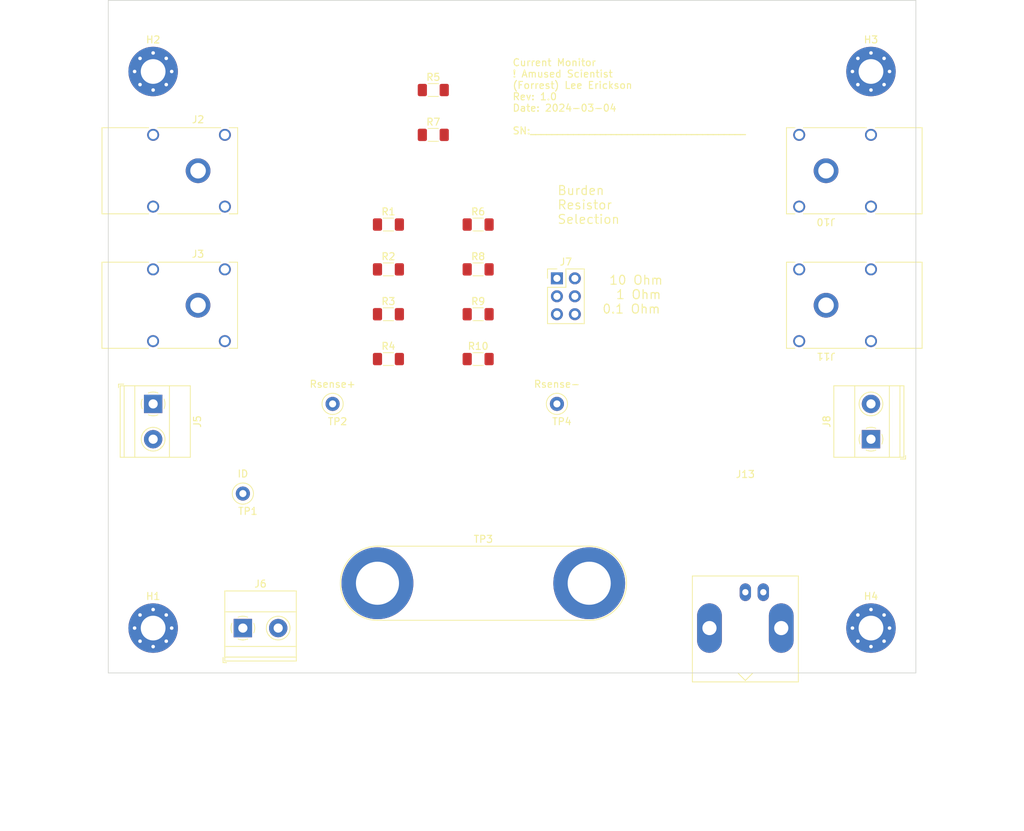
<source format=kicad_pcb>
(kicad_pcb (version 20221018) (generator pcbnew)
  (title_block (title "Current Monitor") (date "2024-03-04") (rev "1.0") (company "! Amused Scientist") (comment 1 "(Forrest) Lee Erickson"))
  (layers (0 "F.Cu" signal) (31 "B.Cu" signal) (34 "B.Paste" user) (35 "F.Paste" user) (36 "B.SilkS" user "B.Silkscreen") (37 "F.SilkS" user "F.Silkscreen") (38 "B.Mask" user) (39 "F.Mask" user) (44 "Edge.Cuts" user))
  (net 0 "")
  (net 1 "GND")
  (net 2 "Net-(J1-VBUS)")
  (net 3 "Net-(R1-Pad2)")
  (net 4 "Net-(R2-Pad2)")
  (net 5 "Net-(R3-Pad2)")
  (net 6 "Net-(R10-Pad1)")
  (net 7 "Net-(J7-Pin_1)")
  (net 8 "Net-(J7-Pin_5)")
  (net 9 "Net-(J7-Pin_3)")
  (net 12 "Net-(J10-Pin_5)")
  (net 15 "Net-(J1-ID)")
  (footprint "Connector:Banana_Cliff_FCR7350x_S16N-PC_Horizontal" (layer "F.Cu") (at 146.04 106.68 180)
    (fp_text reference "J11" (at 0 -7.25 180 unlocked) (layer "F.SilkS"))
    (fp_text value "Conn_01x05")
    (fp_line (start -13.6 -6.1) (end -13.6 6.1) (stroke (width 0.12)) (layer "F.SilkS"))
    (fp_line (start -13.6 6.1) (end -7 6.1) (stroke (width 0.12)) (layer "F.SilkS"))
    (fp_line (start -7 -6.1) (end -13.6 -6.1) (stroke (width 0.12)) (layer "F.SilkS"))
    (fp_line (start -5.7 6.1) (end 3.2 6.1) (stroke (width 0.12)) (layer "F.SilkS"))
    (fp_line (start 3.2 -6.1) (end -5.7 -6.1) (stroke (width 0.12)) (layer "F.SilkS"))
    (fp_line (start 4.4 6.1) (end 5.6 6.1) (stroke (width 0.12)) (layer "F.SilkS"))
    (fp_line (start 5.6 -6.1) (end 4.4 -6.1) (stroke (width 0.12)) (layer "F.SilkS"))
    (fp_line (start 5.6 6.1) (end 5.6 -6.1) (stroke (width 0.12)) (layer "F.SilkS"))
    (pad "" np_thru_hole circle (at -6.36 -5.08 180) (size 1.7 1.7) (drill 1.2) (layers "F&B.Cu" "*.Mask"))
    (pad "" np_thru_hole circle (at -6.36 5.08 180) (size 1.7 1.7) (drill 1.2) (layers "F&B.Cu" "*.Mask"))
    (pad "" np_thru_hole circle (at 3.8 -5.08 180) (size 1.7 1.7) (drill 1.2) (layers "F&B.Cu" "*.Mask"))
    (pad "" np_thru_hole circle (at 3.8 5.08 180) (size 1.7 1.7) (drill 1.2) (layers "F&B.Cu" "*.Mask"))
    (pad "1" thru_hole circle (at 0 0 180) (size 3.5 3.5) (drill 2.2) (layers "*.Cu" "*.Mask"))
  )
  (footprint "TestPoint:TestPoint_Loop_D2.50mm_Drill1.0mm" (layer "F.Cu") (at 107.95 120.65)
    (fp_text reference "TP4" (at 0.7 2.5) (layer "F.SilkS"))
    (fp_text value "Rsense-" (at 0 -2.8) (layer "F.SilkS"))
    (fp_circle (center 0 0) (end 1.5 0) (stroke (width 0.12)) (fill none) (layer "F.SilkS"))
    (pad "1" thru_hole circle (at 0 0) (size 2 2) (drill 1) (layers "*.Cu" "*.Mask") (net 12 "Net-(J10-Pin_5)"))
  )
  (footprint "Resistor_SMD:R_1206_3216Metric_Pad1.30x1.75mm_HandSolder" (layer "F.Cu") (at 96.8 114.3)
    (fp_text reference "R10" (at 0 -1.82) (layer "F.SilkS"))
    (fp_text value "0.1R")
    (fp_line (start -0.727064 -0.91) (end 0.727064 -0.91) (stroke (width 0.12)) (layer "F.SilkS"))
    (fp_line (start -0.727064 0.91) (end 0.727064 0.91) (stroke (width 0.12)) (layer "F.SilkS"))
    (pad "1" smd roundrect (at -1.55 0) (size 1.3 1.75) (layers "F.Cu" "F.Paste" "F.Mask") (roundrect_rratio 0.192308) (net 6 "Net-(R10-Pad1)"))
    (pad "2" smd roundrect (at 1.55 0) (size 1.3 1.75) (layers "F.Cu" "F.Paste" "F.Mask") (roundrect_rratio 0.192308) (net 8 "Net-(J7-Pin_5)"))
  )
  (footprint "MountingHole:MountingHole_3.5mm_Pad_Via" (layer "F.Cu") (at 152.4 73.575)
    (fp_text reference "H3" (at 0 -4.5) (layer "F.SilkS"))
    (fp_text value "MountingHole_Pad_3.5mm")
    (pad "1" thru_hole circle (at -2.625 0) (size 0.8 0.8) (drill 0.5) (layers "*.Cu" "*.Mask") (net 1 "GND"))
    (pad "1" thru_hole circle (at -1.856155 -1.856155) (size 0.8 0.8) (drill 0.5) (layers "*.Cu" "*.Mask") (net 1 "GND"))
    (pad "1" thru_hole circle (at -1.856155 1.856155) (size 0.8 0.8) (drill 0.5) (layers "*.Cu" "*.Mask") (net 1 "GND"))
    (pad "1" thru_hole circle (at 0 -2.625) (size 0.8 0.8) (drill 0.5) (layers "*.Cu" "*.Mask") (net 1 "GND"))
    (pad "1" thru_hole circle (at 0 0) (size 7 7) (drill 3.5) (layers "*.Cu" "*.Mask") (net 1 "GND"))
    (pad "1" thru_hole circle (at 0 2.625) (size 0.8 0.8) (drill 0.5) (layers "*.Cu" "*.Mask") (net 1 "GND"))
    (pad "1" thru_hole circle (at 1.856155 -1.856155) (size 0.8 0.8) (drill 0.5) (layers "*.Cu" "*.Mask") (net 1 "GND"))
    (pad "1" thru_hole circle (at 1.856155 1.856155) (size 0.8 0.8) (drill 0.5) (layers "*.Cu" "*.Mask") (net 1 "GND"))
    (pad "1" thru_hole circle (at 2.625 0) (size 0.8 0.8) (drill 0.5) (layers "*.Cu" "*.Mask") (net 1 "GND"))
  )
  (footprint "Connector_PinHeader_2.54mm:PinHeader_2x03_P2.54mm_Vertical" (layer "F.Cu") (at 107.95 102.87)
    (fp_text reference "J7" (at 1.27 -2.33) (layer "F.SilkS"))
    (fp_text value "Conn_02x03_Odd_Even")
    (fp_line (start -1.33 -1.33) (end 0 -1.33) (stroke (width 0.12)) (layer "F.SilkS"))
    (fp_line (start -1.33 0) (end -1.33 -1.33) (stroke (width 0.12)) (layer "F.SilkS"))
    (fp_line (start -1.33 1.27) (end -1.33 6.41) (stroke (width 0.12)) (layer "F.SilkS"))
    (fp_line (start -1.33 1.27) (end 1.27 1.27) (stroke (width 0.12)) (layer "F.SilkS"))
    (fp_line (start -1.33 6.41) (end 3.87 6.41) (stroke (width 0.12)) (layer "F.SilkS"))
    (fp_line (start 1.27 -1.33) (end 3.87 -1.33) (stroke (width 0.12)) (layer "F.SilkS"))
    (fp_line (start 1.27 1.27) (end 1.27 -1.33) (stroke (width 0.12)) (layer "F.SilkS"))
    (fp_line (start 3.87 -1.33) (end 3.87 6.41) (stroke (width 0.12)) (layer "F.SilkS"))
    (pad "1" thru_hole rect (at 0 0) (size 1.7 1.7) (drill 1) (layers "*.Cu" "*.Mask") (net 7 "Net-(J7-Pin_1)"))
    (pad "2" thru_hole oval (at 2.54 0) (size 1.7 1.7) (drill 1) (layers "*.Cu" "*.Mask") (net 12 "Net-(J10-Pin_5)"))
    (pad "3" thru_hole oval (at 0 2.54) (size 1.7 1.7) (drill 1) (layers "*.Cu" "*.Mask") (net 9 "Net-(J7-Pin_3)"))
    (pad "4" thru_hole oval (at 2.54 2.54) (size 1.7 1.7) (drill 1) (layers "*.Cu" "*.Mask") (net 12 "Net-(J10-Pin_5)"))
    (pad "5" thru_hole oval (at 0 5.08) (size 1.7 1.7) (drill 1) (layers "*.Cu" "*.Mask") (net 8 "Net-(J7-Pin_5)"))
    (pad "6" thru_hole oval (at 2.54 5.08) (size 1.7 1.7) (drill 1) (layers "*.Cu" "*.Mask") (net 12 "Net-(J10-Pin_5)"))
  )
  (footprint "Resistor_SMD:R_1206_3216Metric_Pad1.30x1.75mm_HandSolder" (layer "F.Cu") (at 84.1 114.3)
    (fp_text reference "R4" (at 0 -1.82) (layer "F.SilkS"))
    (fp_text value "0.1R")
    (fp_line (start -0.727064 -0.91) (end 0.727064 -0.91) (stroke (width 0.12)) (layer "F.SilkS"))
    (fp_line (start -0.727064 0.91) (end 0.727064 0.91) (stroke (width 0.12)) (layer "F.SilkS"))
    (pad "1" smd roundrect (at -1.55 0) (size 1.3 1.75) (layers "F.Cu" "F.Paste" "F.Mask") (roundrect_rratio 0.192308) (net 2 "Net-(J1-VBUS)"))
    (pad "2" smd roundrect (at 1.55 0) (size 1.3 1.75) (layers "F.Cu" "F.Paste" "F.Mask") (roundrect_rratio 0.192308) (net 6 "Net-(R10-Pad1)"))
  )
  (footprint "TerminalBlock_Phoenix:TerminalBlock_Phoenix_MKDS-1,5-2_1x02_P5.00mm_Horizontal" (layer "F.Cu") (at 50.8 120.65 -90)
    (fp_text reference "J5" (at 2.5 -6.26 -90) (layer "F.SilkS"))
    (fp_text value "Screw_Terminal_01x02")
    (fp_line (start -2.8 4.16) (end -2.8 4.9) (stroke (width 0.12)) (layer "F.SilkS"))
    (fp_line (start -2.8 4.9) (end -2.3 4.9) (stroke (width 0.12)) (layer "F.SilkS"))
    (fp_line (start -2.56 -5.261) (end -2.56 4.66) (stroke (width 0.12)) (layer "F.SilkS"))
    (fp_line (start -2.56 -5.261) (end 7.56 -5.261) (stroke (width 0.12)) (layer "F.SilkS"))
    (fp_line (start -2.56 -2.301) (end 7.56 -2.301) (stroke (width 0.12)) (layer "F.SilkS"))
    (fp_line (start -2.56 2.6) (end 7.56 2.6) (stroke (width 0.12)) (layer "F.SilkS"))
    (fp_line (start -2.56 4.1) (end 7.56 4.1) (stroke (width 0.12)) (layer "F.SilkS"))
    (fp_line (start -2.56 4.66) (end 7.56 4.66) (stroke (width 0.12)) (layer "F.SilkS"))
    (fp_line (start 3.773 1.023) (end 3.726 1.069) (stroke (width 0.12)) (layer "F.SilkS"))
    (fp_line (start 3.966 1.239) (end 3.931 1.274) (stroke (width 0.12)) (layer "F.SilkS"))
    (fp_line (start 6.07 -1.275) (end 6.035 -1.239) (stroke (width 0.12)) (layer "F.SilkS"))
    (fp_line (start 6.275 -1.069) (end 6.228 -1.023) (stroke (width 0.12)) (layer "F.SilkS"))
    (fp_line (start 7.56 -5.261) (end 7.56 4.66) (stroke (width 0.12)) (layer "F.SilkS"))
    (fp_arc (start -1.535427 0.683042) (mid -1.680501 -0.000524) (end -1.535 -0.684) (stroke (width 0.12)) (layer "F.SilkS"))
    (fp_arc (start -0.683042 -1.535427) (mid 0.000524 -1.680501) (end 0.684 -1.535) (stroke (width 0.12)) (layer "F.SilkS"))
    (fp_arc (start 0.028805 1.680253) (mid -0.335551 1.646659) (end -0.684 1.535) (stroke (width 0.12)) (layer "F.SilkS"))
    (fp_arc (start 0.683318 1.534756) (mid 0.349292 1.643288) (end 0 1.68) (stroke (width 0.12)) (layer "F.SilkS"))
    (fp_arc (start 1.535427 -0.683042) (mid 1.680501 0.000524) (end 1.535 0.684) (stroke (width 0.12)) (layer "F.SilkS"))
    (fp_circle (center 5 0) (end 6.68 0) (stroke (width 0.12)) (fill none) (layer "F.SilkS"))
    (pad "1" thru_hole rect (at 0 0 270) (size 2.6 2.6) (drill 1.3) (layers "*.Cu" "*.Mask") (net 1 "GND"))
    (pad "2" thru_hole circle (at 5 0 270) (size 2.6 2.6) (drill 1.3) (layers "*.Cu" "*.Mask") (net 2 "Net-(J1-VBUS)"))
  )
  (footprint "Resistor_SMD:R_1206_3216Metric_Pad1.30x1.75mm_HandSolder" (layer "F.Cu") (at 90.45 82.55)
    (fp_text reference "R7" (at 0 -1.82) (layer "F.SilkS"))
    (fp_text value "1R")
    (fp_line (start -0.727064 -0.91) (end 0.727064 -0.91) (stroke (width 0.12)) (layer "F.SilkS"))
    (fp_line (start -0.727064 0.91) (end 0.727064 0.91) (stroke (width 0.12)) (layer "F.SilkS"))
    (pad "1" smd roundrect (at -1.55 0) (size 1.3 1.75) (layers "F.Cu" "F.Paste" "F.Mask") (roundrect_rratio 0.192308) (net 2 "Net-(J1-VBUS)"))
    (pad "2" smd roundrect (at 1.55 0) (size 1.3 1.75) (layers "F.Cu" "F.Paste" "F.Mask") (roundrect_rratio 0.192308) (net 9 "Net-(J7-Pin_3)"))
  )
  (footprint "Resistor_SMD:R_1206_3216Metric_Pad1.30x1.75mm_HandSolder" (layer "F.Cu") (at 84.1 107.95)
    (fp_text reference "R3" (at 0 -1.82) (layer "F.SilkS"))
    (fp_text value "0.1R")
    (fp_line (start -0.727064 -0.91) (end 0.727064 -0.91) (stroke (width 0.12)) (layer "F.SilkS"))
    (fp_line (start -0.727064 0.91) (end 0.727064 0.91) (stroke (width 0.12)) (layer "F.SilkS"))
    (pad "1" smd roundrect (at -1.55 0) (size 1.3 1.75) (layers "F.Cu" "F.Paste" "F.Mask") (roundrect_rratio 0.192308) (net 2 "Net-(J1-VBUS)"))
    (pad "2" smd roundrect (at 1.55 0) (size 1.3 1.75) (layers "F.Cu" "F.Paste" "F.Mask") (roundrect_rratio 0.192308) (net 5 "Net-(R3-Pad2)"))
  )
  (footprint "Connector:Banana_Cliff_FCR7350x_S16N-PC_Horizontal" (layer "F.Cu") (at 146.04 87.63 180)
    (fp_text reference "J10" (at 0 -7.25 180 unlocked) (layer "F.SilkS"))
    (fp_text value "Conn_01x05")
    (fp_line (start -13.6 -6.1) (end -13.6 6.1) (stroke (width 0.12)) (layer "F.SilkS"))
    (fp_line (start -13.6 6.1) (end -7 6.1) (stroke (width 0.12)) (layer "F.SilkS"))
    (fp_line (start -7 -6.1) (end -13.6 -6.1) (stroke (width 0.12)) (layer "F.SilkS"))
    (fp_line (start -5.7 6.1) (end 3.2 6.1) (stroke (width 0.12)) (layer "F.SilkS"))
    (fp_line (start 3.2 -6.1) (end -5.7 -6.1) (stroke (width 0.12)) (layer "F.SilkS"))
    (fp_line (start 4.4 6.1) (end 5.6 6.1) (stroke (width 0.12)) (layer "F.SilkS"))
    (fp_line (start 5.6 -6.1) (end 4.4 -6.1) (stroke (width 0.12)) (layer "F.SilkS"))
    (fp_line (start 5.6 6.1) (end 5.6 -6.1) (stroke (width 0.12)) (layer "F.SilkS"))
    (pad "" np_thru_hole circle (at -6.36 -5.08 180) (size 1.7 1.7) (drill 1.2) (layers "F&B.Cu" "*.Mask"))
    (pad "" np_thru_hole circle (at -6.36 5.08 180) (size 1.7 1.7) (drill 1.2) (layers "F&B.Cu" "*.Mask"))
    (pad "" np_thru_hole circle (at 3.8 -5.08 180) (size 1.7 1.7) (drill 1.2) (layers "F&B.Cu" "*.Mask"))
    (pad "" np_thru_hole circle (at 3.8 5.08 180) (size 1.7 1.7) (drill 1.2) (layers "F&B.Cu" "*.Mask"))
    (pad "1" thru_hole circle (at 0 0 180) (size 3.5 3.5) (drill 2.2) (layers "*.Cu" "*.Mask"))
  )
  (footprint "Resistor_SMD:R_1206_3216Metric_Pad1.30x1.75mm_HandSolder" (layer "F.Cu") (at 96.8 107.95)
    (fp_text reference "R9" (at 0 -1.82) (layer "F.SilkS"))
    (fp_text value "0.1R")
    (fp_line (start -0.727064 -0.91) (end 0.727064 -0.91) (stroke (width 0.12)) (layer "F.SilkS"))
    (fp_line (start -0.727064 0.91) (end 0.727064 0.91) (stroke (width 0.12)) (layer "F.SilkS"))
    (pad "1" smd roundrect (at -1.55 0) (size 1.3 1.75) (layers "F.Cu" "F.Paste" "F.Mask") (roundrect_rratio 0.192308) (net 5 "Net-(R3-Pad2)"))
    (pad "2" smd roundrect (at 1.55 0) (size 1.3 1.75) (layers "F.Cu" "F.Paste" "F.Mask") (roundrect_rratio 0.192308) (net 8 "Net-(J7-Pin_5)"))
  )
  (footprint "Resistor_SMD:R_1206_3216Metric_Pad1.30x1.75mm_HandSolder" (layer "F.Cu") (at 90.45 76.2)
    (fp_text reference "R5" (at 0 -1.82) (layer "F.SilkS"))
    (fp_text value "10R")
    (fp_line (start -0.727064 -0.91) (end 0.727064 -0.91) (stroke (width 0.12)) (layer "F.SilkS"))
    (fp_line (start -0.727064 0.91) (end 0.727064 0.91) (stroke (width 0.12)) (layer "F.SilkS"))
    (pad "1" smd roundrect (at -1.55 0) (size 1.3 1.75) (layers "F.Cu" "F.Paste" "F.Mask") (roundrect_rratio 0.192308) (net 2 "Net-(J1-VBUS)"))
    (pad "2" smd roundrect (at 1.55 0) (size 1.3 1.75) (layers "F.Cu" "F.Paste" "F.Mask") (roundrect_rratio 0.192308) (net 7 "Net-(J7-Pin_1)"))
  )
  (footprint "TerminalBlock_Phoenix:TerminalBlock_Phoenix_MKDS-1,5-2_1x02_P5.00mm_Horizontal" (layer "F.Cu") (at 152.4 125.65 90)
    (fp_text reference "J8" (at 2.5 -6.26 90) (layer "F.SilkS"))
    (fp_text value "Screw_Terminal_01x02")
    (fp_line (start -2.8 4.16) (end -2.8 4.9) (stroke (width 0.12)) (layer "F.SilkS"))
    (fp_line (start -2.8 4.9) (end -2.3 4.9) (stroke (width 0.12)) (layer "F.SilkS"))
    (fp_line (start -2.56 -5.261) (end -2.56 4.66) (stroke (width 0.12)) (layer "F.SilkS"))
    (fp_line (start -2.56 -5.261) (end 7.56 -5.261) (stroke (width 0.12)) (layer "F.SilkS"))
    (fp_line (start -2.56 -2.301) (end 7.56 -2.301) (stroke (width 0.12)) (layer "F.SilkS"))
    (fp_line (start -2.56 2.6) (end 7.56 2.6) (stroke (width 0.12)) (layer "F.SilkS"))
    (fp_line (start -2.56 4.1) (end 7.56 4.1) (stroke (width 0.12)) (layer "F.SilkS"))
    (fp_line (start -2.56 4.66) (end 7.56 4.66) (stroke (width 0.12)) (layer "F.SilkS"))
    (fp_line (start 3.773 1.023) (end 3.726 1.069) (stroke (width 0.12)) (layer "F.SilkS"))
    (fp_line (start 3.966 1.239) (end 3.931 1.274) (stroke (width 0.12)) (layer "F.SilkS"))
    (fp_line (start 6.07 -1.275) (end 6.035 -1.239) (stroke (width 0.12)) (layer "F.SilkS"))
    (fp_line (start 6.275 -1.069) (end 6.228 -1.023) (stroke (width 0.12)) (layer "F.SilkS"))
    (fp_line (start 7.56 -5.261) (end 7.56 4.66) (stroke (width 0.12)) (layer "F.SilkS"))
    (fp_arc (start -1.535427 0.683042) (mid -1.680501 -0.000524) (end -1.535 -0.684) (stroke (width 0.12)) (layer "F.SilkS"))
    (fp_arc (start -0.683042 -1.535427) (mid 0.000524 -1.680501) (end 0.684 -1.535) (stroke (width 0.12)) (layer "F.SilkS"))
    (fp_arc (start 0.028805 1.680253) (mid -0.335551 1.646659) (end -0.684 1.535) (stroke (width 0.12)) (layer "F.SilkS"))
    (fp_arc (start 0.683318 1.534756) (mid 0.349292 1.643288) (end 0 1.68) (stroke (width 0.12)) (layer "F.SilkS"))
    (fp_arc (start 1.535427 -0.683042) (mid 1.680501 0.000524) (end 1.535 0.684) (stroke (width 0.12)) (layer "F.SilkS"))
    (fp_circle (center 5 0) (end 6.68 0) (stroke (width 0.12)) (fill none) (layer "F.SilkS"))
    (pad "1" thru_hole rect (at 0 0 90) (size 2.6 2.6) (drill 1.3) (layers "*.Cu" "*.Mask") (net 1 "GND"))
    (pad "2" thru_hole circle (at 5 0 90) (size 2.6 2.6) (drill 1.3) (layers "*.Cu" "*.Mask") (net 12 "Net-(J10-Pin_5)"))
  )
  (footprint "MountingHole:MountingHole_3.5mm_Pad_Via" (layer "F.Cu") (at 50.8 73.575)
    (fp_text reference "H2" (at 0 -4.5) (layer "F.SilkS"))
    (fp_text value "MountingHole_Pad_3.5mm")
    (pad "1" thru_hole circle (at -2.625 0) (size 0.8 0.8) (drill 0.5) (layers "*.Cu" "*.Mask") (net 1 "GND"))
    (pad "1" thru_hole circle (at -1.856155 -1.856155) (size 0.8 0.8) (drill 0.5) (layers "*.Cu" "*.Mask") (net 1 "GND"))
    (pad "1" thru_hole circle (at -1.856155 1.856155) (size 0.8 0.8) (drill 0.5) (layers "*.Cu" "*.Mask") (net 1 "GND"))
    (pad "1" thru_hole circle (at 0 -2.625) (size 0.8 0.8) (drill 0.5) (layers "*.Cu" "*.Mask") (net 1 "GND"))
    (pad "1" thru_hole circle (at 0 0) (size 7 7) (drill 3.5) (layers "*.Cu" "*.Mask") (net 1 "GND"))
    (pad "1" thru_hole circle (at 0 2.625) (size 0.8 0.8) (drill 0.5) (layers "*.Cu" "*.Mask") (net 1 "GND"))
    (pad "1" thru_hole circle (at 1.856155 -1.856155) (size 0.8 0.8) (drill 0.5) (layers "*.Cu" "*.Mask") (net 1 "GND"))
    (pad "1" thru_hole circle (at 1.856155 1.856155) (size 0.8 0.8) (drill 0.5) (layers "*.Cu" "*.Mask") (net 1 "GND"))
    (pad "1" thru_hole circle (at 2.625 0) (size 0.8 0.8) (drill 0.5) (layers "*.Cu" "*.Mask") (net 1 "GND"))
  )
  (footprint "Resistor_SMD:R_1206_3216Metric_Pad1.30x1.75mm_HandSolder" (layer "F.Cu") (at 84.1 95.25)
    (fp_text reference "R1" (at 0 -1.82) (layer "F.SilkS"))
    (fp_text value "0.1R")
    (fp_line (start -0.727064 -0.91) (end 0.727064 -0.91) (stroke (width 0.12)) (layer "F.SilkS"))
    (fp_line (start -0.727064 0.91) (end 0.727064 0.91) (stroke (width 0.12)) (layer "F.SilkS"))
    (pad "1" smd roundrect (at -1.55 0) (size 1.3 1.75) (layers "F.Cu" "F.Paste" "F.Mask") (roundrect_rratio 0.192308) (net 2 "Net-(J1-VBUS)"))
    (pad "2" smd roundrect (at 1.55 0) (size 1.3 1.75) (layers "F.Cu" "F.Paste" "F.Mask") (roundrect_rratio 0.192308) (net 3 "Net-(R1-Pad2)"))
  )
  (footprint "Resistor_SMD:R_1206_3216Metric_Pad1.30x1.75mm_HandSolder" (layer "F.Cu") (at 96.8 101.6)
    (fp_text reference "R8" (at 0 -1.82) (layer "F.SilkS"))
    (fp_text value "0.1R")
    (fp_line (start -0.727064 -0.91) (end 0.727064 -0.91) (stroke (width 0.12)) (layer "F.SilkS"))
    (fp_line (start -0.727064 0.91) (end 0.727064 0.91) (stroke (width 0.12)) (layer "F.SilkS"))
    (pad "1" smd roundrect (at -1.55 0) (size 1.3 1.75) (layers "F.Cu" "F.Paste" "F.Mask") (roundrect_rratio 0.192308) (net 4 "Net-(R2-Pad2)"))
    (pad "2" smd roundrect (at 1.55 0) (size 1.3 1.75) (layers "F.Cu" "F.Paste" "F.Mask") (roundrect_rratio 0.192308) (net 8 "Net-(J7-Pin_5)"))
  )
  (footprint "Connector:Banana_Jack_2Pin" (layer "F.Cu") (at 82.55 146.05)
    (fp_text reference "TP3" (at 14.985 -6.24) (layer "F.SilkS"))
    (fp_text value "TestPoint_2Pole")
    (fp_line (start 0 5.25) (end 30 5.25) (stroke (width 0.12)) (layer "F.SilkS"))
    (fp_line (start 30 -5.25) (end 0 -5.25) (stroke (width 0.12)) (layer "F.SilkS"))
    (fp_arc (start 0 5.25) (mid -5.25 0) (end 0 -5.25) (stroke (width 0.12)) (layer "F.SilkS"))
    (fp_arc (start 30 -5.25) (mid 35.25 0) (end 30 5.25) (stroke (width 0.12)) (layer "F.SilkS"))
    (pad "1" thru_hole circle (at 0 0) (size 10.16 10.16) (drill 6.1) (layers "*.Cu" "*.Mask") (net 2 "Net-(J1-VBUS)"))
    (pad "2" thru_hole circle (at 29.97 0) (size 10.16 10.16) (drill 6.1) (layers "*.Cu" "*.Mask") (net 12 "Net-(J10-Pin_5)"))
  )
  (footprint "MountingHole:MountingHole_3.5mm_Pad_Via" (layer "F.Cu") (at 50.8 152.4)
    (fp_text reference "H1" (at 0 -4.5) (layer "F.SilkS"))
    (fp_text value "MountingHole_Pad_3.5mm")
    (pad "1" thru_hole circle (at -2.625 0) (size 0.8 0.8) (drill 0.5) (layers "*.Cu" "*.Mask") (net 1 "GND"))
    (pad "1" thru_hole circle (at -1.856155 -1.856155) (size 0.8 0.8) (drill 0.5) (layers "*.Cu" "*.Mask") (net 1 "GND"))
    (pad "1" thru_hole circle (at -1.856155 1.856155) (size 0.8 0.8) (drill 0.5) (layers "*.Cu" "*.Mask") (net 1 "GND"))
    (pad "1" thru_hole circle (at 0 -2.625) (size 0.8 0.8) (drill 0.5) (layers "*.Cu" "*.Mask") (net 1 "GND"))
    (pad "1" thru_hole circle (at 0 0) (size 7 7) (drill 3.5) (layers "*.Cu" "*.Mask") (net 1 "GND"))
    (pad "1" thru_hole circle (at 0 2.625) (size 0.8 0.8) (drill 0.5) (layers "*.Cu" "*.Mask") (net 1 "GND"))
    (pad "1" thru_hole circle (at 1.856155 -1.856155) (size 0.8 0.8) (drill 0.5) (layers "*.Cu" "*.Mask") (net 1 "GND"))
    (pad "1" thru_hole circle (at 1.856155 1.856155) (size 0.8 0.8) (drill 0.5) (layers "*.Cu" "*.Mask") (net 1 "GND"))
    (pad "1" thru_hole circle (at 2.625 0) (size 0.8 0.8) (drill 0.5) (layers "*.Cu" "*.Mask") (net 1 "GND"))
  )
  (footprint "Resistor_SMD:R_1206_3216Metric_Pad1.30x1.75mm_HandSolder" (layer "F.Cu") (at 96.8 95.25)
    (fp_text reference "R6" (at 0 -1.82) (layer "F.SilkS"))
    (fp_text value "0.1R")
    (fp_line (start -0.727064 -0.91) (end 0.727064 -0.91) (stroke (width 0.12)) (layer "F.SilkS"))
    (fp_line (start -0.727064 0.91) (end 0.727064 0.91) (stroke (width 0.12)) (layer "F.SilkS"))
    (pad "1" smd roundrect (at -1.55 0) (size 1.3 1.75) (layers "F.Cu" "F.Paste" "F.Mask") (roundrect_rratio 0.192308) (net 3 "Net-(R1-Pad2)"))
    (pad "2" smd roundrect (at 1.55 0) (size 1.3 1.75) (layers "F.Cu" "F.Paste" "F.Mask") (roundrect_rratio 0.192308) (net 8 "Net-(J7-Pin_5)"))
  )
  (footprint "Resistor_SMD:R_1206_3216Metric_Pad1.30x1.75mm_HandSolder" (layer "F.Cu") (at 84.1 101.6)
    (fp_text reference "R2" (at 0 -1.82) (layer "F.SilkS"))
    (fp_text value "0.1R")
    (fp_line (start -0.727064 -0.91) (end 0.727064 -0.91) (stroke (width 0.12)) (layer "F.SilkS"))
    (fp_line (start -0.727064 0.91) (end 0.727064 0.91) (stroke (width 0.12)) (layer "F.SilkS"))
    (pad "1" smd roundrect (at -1.55 0) (size 1.3 1.75) (layers "F.Cu" "F.Paste" "F.Mask") (roundrect_rratio 0.192308) (net 2 "Net-(J1-VBUS)"))
    (pad "2" smd roundrect (at 1.55 0) (size 1.3 1.75) (layers "F.Cu" "F.Paste" "F.Mask") (roundrect_rratio 0.192308) (net 4 "Net-(R2-Pad2)"))
  )
  (footprint "Connector_Coaxial:BNC_Amphenol_B6252HB-NPP3G-50_Horizontal" (layer "F.Cu") (at 134.62 147.32 180)
    (fp_text reference "J13" (at 0 16.7) (layer "F.SilkS"))
    (fp_text value "Conn_Coaxial")
    (fp_line (start -7.5 -12.7) (end 7.5 -12.7) (stroke (width 0.12)) (layer "F.SilkS"))
    (fp_line (start -7.5 2.3) (end -7.5 -12.7) (stroke (width 0.12)) (layer "F.SilkS"))
    (fp_line (start 0 -12.5) (end -1 -11.5) (stroke (width 0.12)) (layer "F.SilkS"))
    (fp_line (start 0 -12.5) (end 1 -11.5) (stroke (width 0.12)) (layer "F.SilkS"))
    (fp_line (start 7.5 -12.7) (end 7.5 2.3) (stroke (width 0.12)) (layer "F.SilkS"))
    (fp_line (start 7.5 2.3) (end -7.5 2.3) (stroke (width 0.12)) (layer "F.SilkS"))
    (pad "1" thru_hole oval (at 0 0 180) (size 1.6 2.5) (drill 0.89) (layers "*.Cu" "*.Mask") (net 12 "Net-(J10-Pin_5)"))
    (pad "2" thru_hole oval (at -5.08 -5.08 180) (size 3.5 7) (drill 2.01) (layers "*.Cu" "*.Mask") (net 1 "GND"))
    (pad "2" thru_hole oval (at -2.54 0 180) (size 1.6 2.5) (drill 0.89) (layers "*.Cu" "*.Mask") (net 1 "GND"))
    (pad "2" thru_hole oval (at 5.08 -5.08 180) (size 3.5 7) (drill 2.01) (layers "*.Cu" "*.Mask") (net 1 "GND"))
  )
  (footprint "TerminalBlock_Phoenix:TerminalBlock_Phoenix_MKDS-1,5-2_1x02_P5.00mm_Horizontal" (layer "F.Cu") (at 63.5 152.4)
    (fp_text reference "J6" (at 2.5 -6.26) (layer "F.SilkS"))
    (fp_text value "Screw_Terminal_01x02")
    (fp_line (start -2.8 4.16) (end -2.8 4.9) (stroke (width 0.12)) (layer "F.SilkS"))
    (fp_line (start -2.8 4.9) (end -2.3 4.9) (stroke (width 0.12)) (layer "F.SilkS"))
    (fp_line (start -2.56 -5.261) (end -2.56 4.66) (stroke (width 0.12)) (layer "F.SilkS"))
    (fp_line (start -2.56 -5.261) (end 7.56 -5.261) (stroke (width 0.12)) (layer "F.SilkS"))
    (fp_line (start -2.56 -2.301) (end 7.56 -2.301) (stroke (width 0.12)) (layer "F.SilkS"))
    (fp_line (start -2.56 2.6) (end 7.56 2.6) (stroke (width 0.12)) (layer "F.SilkS"))
    (fp_line (start -2.56 4.1) (end 7.56 4.1) (stroke (width 0.12)) (layer "F.SilkS"))
    (fp_line (start -2.56 4.66) (end 7.56 4.66) (stroke (width 0.12)) (layer "F.SilkS"))
    (fp_line (start 3.773 1.023) (end 3.726 1.069) (stroke (width 0.12)) (layer "F.SilkS"))
    (fp_line (start 3.966 1.239) (end 3.931 1.274) (stroke (width 0.12)) (layer "F.SilkS"))
    (fp_line (start 6.07 -1.275) (end 6.035 -1.239) (stroke (width 0.12)) (layer "F.SilkS"))
    (fp_line (start 6.275 -1.069) (end 6.228 -1.023) (stroke (width 0.12)) (layer "F.SilkS"))
    (fp_line (start 7.56 -5.261) (end 7.56 4.66) (stroke (width 0.12)) (layer "F.SilkS"))
    (fp_arc (start -1.535427 0.683042) (mid -1.680501 -0.000524) (end -1.535 -0.684) (stroke (width 0.12)) (layer "F.SilkS"))
    (fp_arc (start -0.683042 -1.535427) (mid 0.000524 -1.680501) (end 0.684 -1.535) (stroke (width 0.12)) (layer "F.SilkS"))
    (fp_arc (start 0.028805 1.680253) (mid -0.335551 1.646659) (end -0.684 1.535) (stroke (width 0.12)) (layer "F.SilkS"))
    (fp_arc (start 0.683318 1.534756) (mid 0.349292 1.643288) (end 0 1.68) (stroke (width 0.12)) (layer "F.SilkS"))
    (fp_arc (start 1.535427 -0.683042) (mid 1.680501 0.000524) (end 1.535 0.684) (stroke (width 0.12)) (layer "F.SilkS"))
    (fp_circle (center 5 0) (end 6.68 0) (stroke (width 0.12)) (fill none) (layer "F.SilkS"))
    (pad "1" thru_hole rect (at 0 0) (size 2.6 2.6) (drill 1.3) (layers "*.Cu" "*.Mask") (net 2 "Net-(J1-VBUS)"))
    (pad "2" thru_hole circle (at 5 0) (size 2.6 2.6) (drill 1.3) (layers "*.Cu" "*.Mask") (net 12 "Net-(J10-Pin_5)"))
  )
  (footprint "Connector:Banana_Cliff_FCR7350x_S16N-PC_Horizontal" (layer "F.Cu") (at 57.16 87.63)
    (fp_text reference "J2" (at 0 -7.25 unlocked) (layer "F.SilkS"))
    (fp_text value "Conn_01x05")
    (fp_line (start -13.6 -6.1) (end -13.6 6.1) (stroke (width 0.12)) (layer "F.SilkS"))
    (fp_line (start -13.6 6.1) (end -7 6.1) (stroke (width 0.12)) (layer "F.SilkS"))
    (fp_line (start -7 -6.1) (end -13.6 -6.1) (stroke (width 0.12)) (layer "F.SilkS"))
    (fp_line (start -5.7 6.1) (end 3.2 6.1) (stroke (width 0.12)) (layer "F.SilkS"))
    (fp_line (start 3.2 -6.1) (end -5.7 -6.1) (stroke (width 0.12)) (layer "F.SilkS"))
    (fp_line (start 4.4 6.1) (end 5.6 6.1) (stroke (width 0.12)) (layer "F.SilkS"))
    (fp_line (start 5.6 -6.1) (end 4.4 -6.1) (stroke (width 0.12)) (layer "F.SilkS"))
    (fp_line (start 5.6 6.1) (end 5.6 -6.1) (stroke (width 0.12)) (layer "F.SilkS"))
    (pad "" np_thru_hole circle (at -6.36 -5.08) (size 1.7 1.7) (drill 1.2) (layers "F&B.Cu" "*.Mask"))
    (pad "" np_thru_hole circle (at -6.36 5.08) (size 1.7 1.7) (drill 1.2) (layers "F&B.Cu" "*.Mask"))
    (pad "" np_thru_hole circle (at 3.8 -5.08) (size 1.7 1.7) (drill 1.2) (layers "F&B.Cu" "*.Mask"))
    (pad "" np_thru_hole circle (at 3.8 5.08) (size 1.7 1.7) (drill 1.2) (layers "F&B.Cu" "*.Mask"))
    (pad "1" thru_hole circle (at 0 0) (size 3.5 3.5) (drill 2.2) (layers "*.Cu" "*.Mask"))
  )
  (footprint "Connector:Banana_Cliff_FCR7350x_S16N-PC_Horizontal" (layer "F.Cu") (at 57.15 106.68)
    (fp_text reference "J3" (at 0 -7.25 unlocked) (layer "F.SilkS"))
    (fp_text value "Conn_01x05")
    (fp_line (start -13.6 -6.1) (end -13.6 6.1) (stroke (width 0.12)) (layer "F.SilkS"))
    (fp_line (start -13.6 6.1) (end -7 6.1) (stroke (width 0.12)) (layer "F.SilkS"))
    (fp_line (start -7 -6.1) (end -13.6 -6.1) (stroke (width 0.12)) (layer "F.SilkS"))
    (fp_line (start -5.7 6.1) (end 3.2 6.1) (stroke (width 0.12)) (layer "F.SilkS"))
    (fp_line (start 3.2 -6.1) (end -5.7 -6.1) (stroke (width 0.12)) (layer "F.SilkS"))
    (fp_line (start 4.4 6.1) (end 5.6 6.1) (stroke (width 0.12)) (layer "F.SilkS"))
    (fp_line (start 5.6 -6.1) (end 4.4 -6.1) (stroke (width 0.12)) (layer "F.SilkS"))
    (fp_line (start 5.6 6.1) (end 5.6 -6.1) (stroke (width 0.12)) (layer "F.SilkS"))
    (pad "" np_thru_hole circle (at -6.36 -5.08) (size 1.7 1.7) (drill 1.2) (layers "F&B.Cu" "*.Mask"))
    (pad "" np_thru_hole circle (at -6.36 5.08) (size 1.7 1.7) (drill 1.2) (layers "F&B.Cu" "*.Mask"))
    (pad "" np_thru_hole circle (at 3.8 -5.08) (size 1.7 1.7) (drill 1.2) (layers "F&B.Cu" "*.Mask"))
    (pad "" np_thru_hole circle (at 3.8 5.08) (size 1.7 1.7) (drill 1.2) (layers "F&B.Cu" "*.Mask"))
    (pad "1" thru_hole circle (at 0 0) (size 3.5 3.5) (drill 2.2) (layers "*.Cu" "*.Mask"))
  )
  (footprint "MountingHole:MountingHole_3.5mm_Pad_Via" (layer "F.Cu") (at 152.4 152.4)
    (fp_text reference "H4" (at 0 -4.5) (layer "F.SilkS"))
    (fp_text value "MountingHole_Pad_3.5mm")
    (pad "1" thru_hole circle (at -2.625 0) (size 0.8 0.8) (drill 0.5) (layers "*.Cu" "*.Mask") (net 1 "GND"))
    (pad "1" thru_hole circle (at -1.856155 -1.856155) (size 0.8 0.8) (drill 0.5) (layers "*.Cu" "*.Mask") (net 1 "GND"))
    (pad "1" thru_hole circle (at -1.856155 1.856155) (size 0.8 0.8) (drill 0.5) (layers "*.Cu" "*.Mask") (net 1 "GND"))
    (pad "1" thru_hole circle (at 0 -2.625) (size 0.8 0.8) (drill 0.5) (layers "*.Cu" "*.Mask") (net 1 "GND"))
    (pad "1" thru_hole circle (at 0 0) (size 7 7) (drill 3.5) (layers "*.Cu" "*.Mask") (net 1 "GND"))
    (pad "1" thru_hole circle (at 0 2.625) (size 0.8 0.8) (drill 0.5) (layers "*.Cu" "*.Mask") (net 1 "GND"))
    (pad "1" thru_hole circle (at 1.856155 -1.856155) (size 0.8 0.8) (drill 0.5) (layers "*.Cu" "*.Mask") (net 1 "GND"))
    (pad "1" thru_hole circle (at 1.856155 1.856155) (size 0.8 0.8) (drill 0.5) (layers "*.Cu" "*.Mask") (net 1 "GND"))
    (pad "1" thru_hole circle (at 2.625 0) (size 0.8 0.8) (drill 0.5) (layers "*.Cu" "*.Mask") (net 1 "GND"))
  )
  (footprint "TestPoint:TestPoint_Loop_D2.50mm_Drill1.0mm" (layer "F.Cu") (at 76.2 120.65)
    (fp_text reference "TP2" (at 0.7 2.5) (layer "F.SilkS"))
    (fp_text value "Rsense+" (at 0 -2.8) (layer "F.SilkS"))
    (fp_circle (center 0 0) (end 1.5 0) (stroke (width 0.12)) (fill none) (layer "F.SilkS"))
    (pad "1" thru_hole circle (at 0 0) (size 2 2) (drill 1) (layers "*.Cu" "*.Mask") (net 2 "Net-(J1-VBUS)"))
  )
  (footprint "TestPoint:TestPoint_Loop_D2.50mm_Drill1.0mm" (layer "F.Cu") (at 63.5 133.35)
    (fp_text reference "TP1" (at 0.7 2.5) (layer "F.SilkS"))
    (fp_text value "ID" (at 0 -2.8) (layer "F.SilkS"))
    (fp_circle (center 0 0) (end 1.5 0) (stroke (width 0.12)) (fill none) (layer "F.SilkS"))
    (pad "1" thru_hole circle (at 0 0) (size 2 2) (drill 1) (layers "*.Cu" "*.Mask") (net 15 "Net-(J1-ID)"))
  )
  (gr_line (start 158.75 158.75) (end 158.75 63.5) (stroke (width 0.1)) (layer "Edge.Cuts"))
  (gr_line (start 44.45 63.5) (end 44.45 158.75) (stroke (width 0.1)) (layer "Edge.Cuts"))
  (gr_line (start 158.75 63.5) (end 44.45 63.5) (stroke (width 0.1)) (layer "Edge.Cuts"))
  (gr_line (start 44.45 158.75) (end 158.75 158.75) (stroke (width 0.1)) (layer "Edge.Cuts"))
  (gr_text "Burden \nResistor\nSelection" (at 107.95 95.25) (layer "F.SilkS") (effects (font (size 1.27 1.27) (thickness 0.1524)) (justify left bottom)))
  (gr_text "Current Monitor\n! Amused Scientist\n(Forrest) Lee Erickson\nRev: 1.0\nDate: 2024-03-04\n\nSN:________________________________________" (at 101.6 82.55) (layer "F.SilkS") (effects (font (size 1 1)) (justify left bottom)))
  (gr_text " 10 Ohm\n  1 Ohm\n0.1 Ohm" (at 114.3 107.95) (layer "F.SilkS") (effects (font (size 1.27 1.27) (thickness 0.1524)) (justify left bottom)))
)
</source>
